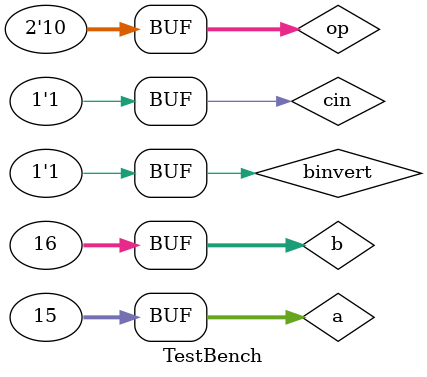
<source format=v>
module Mux2To1(out, in0, in1, sel);
	input in0, in1, sel;
	output out;
	assign out = (sel == 0) ? in0 : in1;
endmodule

module Mux2To1Bits8(out, in0, in1, sel);
	input [7:0] in0, in1;
	input sel;
	output [7:0] out;
	
	genvar k;
	generate
		for (k = 0; k < 8; k = k+1)
		begin: muxLoop1
			Mux2To1 m1(out[k], in0[k], in1[k], sel);
		end
	endgenerate
endmodule

module Mux2To1Bits32(out, in0, in1, sel);
	parameter w = 8;
	input [31:0] in0, in1;
	input sel;
	output [31:0] out;

	genvar j;
	generate
		for (j = 0; j < 4; j = j+1)
		begin: muxLoop2
			Mux2To1Bits8 m2(out[w*j+w-1: w*j], in0[w*j+w-1: w*j], in1[w*j+w-1: w*j], sel);
		end
	endgenerate
endmodule

module Mux3To1Bits32(out, in0, in1, in2, sel);
	input [31:0] in0, in1, in2;
	input [1:0] sel;
	output [31:0] out;

	wire [31:0] in3Dummy = 32'b0;
	wire [31:0] out01, out23;
	
	Mux2To1Bits32 m0(out01, in0, in1, sel[0]);
	Mux2To1Bits32 m1(out23, in2, in3Dummy, sel[0]);

	Mux2To1Bits32 m2(out, out01, out23, sel[1]);
endmodule

module AndBits32(out, in0, in1);
	input [31:0] in0, in1;
	output [31:0] out;
	assign out = in0 & in1;
endmodule

module OrBits32(out, in0, in1);
	input [31:0] in0, in1;
	output[31:0] out;
	assign out = in0 | in1;
endmodule

module FullAdderBits32(cout, sum, in0, in1, cin);
	input [31:0] in0, in1;
	input cin;
	output cout;
	output [31:0] sum;

	assign {cout, sum} = in0 + in1 + cin;
endmodule

module ALUBits32(a, b, binvert, cin, op, out, cout);
	input [31:0] a, b;
	input binvert, cin;
	input [1:0] op;

	output [31:0] out;
	output cout;

	wire [31:0] bin, andOut, orOut, sum;

	assign bin = (binvert == 0) ? b : ~b;

	AndBits32 a0(andOut, a, bin);
	OrBits32 o0(orOut, a, bin);
	FullAdderBits32 fa0(cout, sum, a, bin, cin);

	Mux3To1Bits32 m0(out, andOut, orOut, sum, op);
endmodule

module TestBench;
	reg binvert, cin;
	reg [1:0] op;
	reg [31:0] a, b;
	wire [31:0] out;
	wire cout;

	ALUBits32 alu(a, b, binvert, cin, op, out, cout);

	initial
	begin
		$monitor($time, "\t%d\t%d\t%d", a, b, out);
		a = 32'd1; b = 32'd3; cin = 0; binvert = 0; op = 2'b01;
		#5 a = 32'd15; b = 32'd16; cin = 1; binvert = 1; op = 2'b10;
	end
endmodule


</source>
